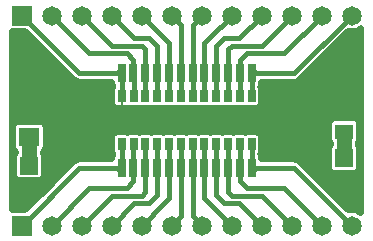
<source format=gbl>
G04 This is an RS-274x file exported by *
G04 gerbv version 2.6.0 *
G04 More information is available about gerbv at *
G04 http://gerbv.gpleda.org/ *
G04 --End of header info--*
%MOIN*%
%FSLAX34Y34*%
%IPPOS*%
G04 --Define apertures--*
%ADD10C,0.0060*%
%ADD11R,0.0590X0.0511*%
%ADD12R,0.0708X0.0629*%
%ADD13R,0.0600X0.0600*%
%ADD14R,0.0650X0.0650*%
%ADD15C,0.0650*%
%ADD16R,0.0256X0.0630*%
%ADD17R,0.0256X0.0394*%
%ADD18C,0.0160*%
%ADD19C,0.0080*%
%ADD20C,0.0500*%
%ADD21C,0.0200*%
G04 --Start main section--*
G54D11*
G01X0062750Y-037126D03*
G01X0062750Y-037874D03*
G54D12*
G01X0052250Y-036949D03*
G01X0052250Y-038051D03*
G54D13*
G01X0052250Y-036000D03*
G01X0062750Y-036250D03*
G01X0052250Y-039000D03*
G01X0062750Y-038750D03*
G54D14*
G01X0052000Y-034000D03*
G54D15*
G01X0053000Y-034000D03*
G01X0054000Y-034000D03*
G01X0055000Y-034000D03*
G01X0056000Y-034000D03*
G01X0057000Y-034000D03*
G01X0058000Y-034000D03*
G01X0059000Y-034000D03*
G01X0060000Y-034000D03*
G01X0061000Y-034000D03*
G01X0062000Y-034000D03*
G01X0063000Y-034000D03*
G54D14*
G01X0052000Y-041000D03*
G54D15*
G01X0053000Y-041000D03*
G01X0054000Y-041000D03*
G01X0055000Y-041000D03*
G01X0056000Y-041000D03*
G01X0057000Y-041000D03*
G01X0058000Y-041000D03*
G01X0059000Y-041000D03*
G01X0060000Y-041000D03*
G01X0061000Y-041000D03*
G01X0062000Y-041000D03*
G01X0063000Y-041000D03*
G54D16*
G01X0055335Y-039075D03*
G01X0055728Y-039075D03*
G01X0056122Y-039075D03*
G01X0056516Y-039075D03*
G01X0056909Y-039075D03*
G01X0057303Y-039075D03*
G01X0057697Y-039075D03*
G01X0058091Y-039075D03*
G01X0058484Y-039075D03*
G01X0058878Y-039075D03*
G01X0059272Y-039075D03*
G01X0059665Y-039075D03*
G01X0059665Y-035925D03*
G01X0059272Y-035925D03*
G01X0058878Y-035925D03*
G01X0058484Y-035925D03*
G01X0058091Y-035925D03*
G01X0057697Y-035925D03*
G01X0057303Y-035925D03*
G01X0056909Y-035925D03*
G01X0056516Y-035925D03*
G01X0056122Y-035925D03*
G01X0055728Y-035925D03*
G01X0055335Y-035925D03*
G54D17*
G01X0059666Y-036693D03*
G01X0059666Y-037205D03*
G01X0056122Y-038288D03*
G01X0056122Y-037776D03*
G01X0056516Y-038288D03*
G01X0056516Y-037776D03*
G01X0056910Y-038288D03*
G01X0056910Y-037776D03*
G01X0057304Y-038288D03*
G01X0057304Y-037776D03*
G01X0057697Y-038288D03*
G01X0057697Y-037776D03*
G01X0058091Y-038288D03*
G01X0058091Y-037776D03*
G01X0058485Y-038288D03*
G01X0058485Y-037776D03*
G01X0058878Y-038288D03*
G01X0058878Y-037776D03*
G01X0059272Y-038288D03*
G01X0059272Y-037776D03*
G01X0059666Y-038288D03*
G01X0059666Y-037776D03*
G01X0059272Y-036693D03*
G01X0059272Y-037205D03*
G01X0058878Y-036693D03*
G01X0058878Y-037205D03*
G01X0058485Y-036693D03*
G01X0058485Y-037205D03*
G01X0058091Y-036693D03*
G01X0058091Y-037205D03*
G01X0057697Y-036693D03*
G01X0057697Y-037205D03*
G01X0057304Y-036693D03*
G01X0057304Y-037205D03*
G01X0056910Y-036693D03*
G01X0056910Y-037205D03*
G01X0056516Y-036693D03*
G01X0056516Y-037205D03*
G01X0056122Y-036693D03*
G01X0056122Y-037205D03*
G01X0055729Y-036693D03*
G01X0055729Y-037205D03*
G01X0055335Y-036693D03*
G01X0055335Y-037205D03*
G01X0055335Y-038288D03*
G01X0055335Y-037776D03*
G01X0055729Y-038288D03*
G01X0055729Y-037776D03*
G54D18*
G01X0055335Y-039232D02*
G01X0055335Y-038288D01*
G01X0053925Y-039075D02*
G01X0055178Y-039075D01*
G01X0055178Y-039075D02*
G01X0055335Y-039232D01*
G01X0052000Y-041000D02*
G01X0053925Y-039075D01*
G01X0060000Y-040000D02*
G01X0061000Y-041000D01*
G01X0058878Y-039878D02*
G01X0059000Y-040000D01*
G01X0058878Y-039232D02*
G01X0058878Y-039878D01*
G01X0059000Y-040000D02*
G01X0060000Y-040000D01*
G01X0058878Y-039878D02*
G01X0059000Y-040000D01*
G01X0058878Y-039232D02*
G01X0058878Y-038288D01*
G01X0059272Y-039522D02*
G01X0059500Y-039750D01*
G01X0059272Y-039232D02*
G01X0059272Y-038288D01*
G01X0059500Y-039750D02*
G01X0060750Y-039750D01*
G01X0060750Y-039750D02*
G01X0062000Y-041000D01*
G01X0059272Y-039232D02*
G01X0059272Y-039522D01*
G01X0063000Y-041000D02*
G01X0061075Y-039075D01*
G01X0059665Y-039232D02*
G01X0059665Y-038289D01*
G01X0059665Y-038289D02*
G01X0059666Y-038288D01*
G01X0059822Y-039075D02*
G01X0059665Y-039232D01*
G01X0061075Y-039075D02*
G01X0059822Y-039075D01*
G01X0059822Y-035925D02*
G01X0059665Y-035768D01*
G01X0061075Y-035925D02*
G01X0059822Y-035925D01*
G01X0059666Y-036693D02*
G01X0059666Y-035769D01*
G01X0059666Y-035769D02*
G01X0059665Y-035768D01*
G01X0063000Y-034000D02*
G01X0061075Y-035925D01*
G01X0059272Y-036693D02*
G01X0059272Y-035768D01*
G01X0059272Y-035478D02*
G01X0059500Y-035250D01*
G01X0059272Y-035768D02*
G01X0059272Y-035478D01*
G01X0059500Y-035250D02*
G01X0060750Y-035250D01*
G01X0060750Y-035250D02*
G01X0062000Y-034000D01*
G01X0058878Y-035768D02*
G01X0058878Y-035122D01*
G01X0058878Y-035122D02*
G01X0059000Y-035000D01*
G01X0060000Y-035000D02*
G01X0061000Y-034000D01*
G01X0059000Y-035000D02*
G01X0060000Y-035000D01*
G01X0058878Y-035122D02*
G01X0059000Y-035000D01*
G01X0058878Y-036693D02*
G01X0058878Y-035768D01*
G01X0058485Y-035769D02*
G01X0058484Y-035768D01*
G01X0058484Y-035016D02*
G01X0058750Y-034750D01*
G01X0058750Y-034750D02*
G01X0059250Y-034750D01*
G01X0058484Y-035768D02*
G01X0058484Y-035016D01*
G01X0059250Y-034750D02*
G01X0060000Y-034000D01*
G01X0058485Y-036693D02*
G01X0058485Y-035769D01*
G01X0058091Y-036693D02*
G01X0058091Y-035768D01*
G01X0058091Y-034909D02*
G01X0058250Y-034750D01*
G01X0058250Y-034750D02*
G01X0059000Y-034000D01*
G01X0058091Y-034909D02*
G01X0058250Y-034750D01*
G01X0058091Y-035768D02*
G01X0058091Y-034909D01*
G01X0057697Y-035768D02*
G01X0057697Y-034303D01*
G01X0057697Y-034303D02*
G01X0058000Y-034000D01*
G01X0057697Y-036693D02*
G01X0057697Y-035768D01*
G01X0057304Y-036693D02*
G01X0057304Y-035769D01*
G01X0057303Y-035768D02*
G01X0057303Y-034303D01*
G01X0057304Y-035769D02*
G01X0057303Y-035768D01*
G01X0057303Y-034303D02*
G01X0057000Y-034000D01*
G01X0055728Y-039232D02*
G01X0055728Y-039522D01*
G01X0054250Y-039750D02*
G01X0053000Y-041000D01*
G01X0055728Y-039232D02*
G01X0055728Y-038289D01*
G01X0055728Y-039522D02*
G01X0055500Y-039750D01*
G01X0055500Y-039750D02*
G01X0054250Y-039750D01*
G01X0055728Y-038289D02*
G01X0055729Y-038288D01*
G01X0055729Y-039231D02*
G01X0055728Y-039232D01*
G01X0056910Y-035769D02*
G01X0056909Y-035768D01*
G01X0056909Y-035768D02*
G01X0056909Y-034909D01*
G01X0056910Y-036693D02*
G01X0056910Y-035769D01*
G01X0056909Y-034909D02*
G01X0056000Y-034000D01*
G01X0056250Y-034750D02*
G01X0055750Y-034750D01*
G01X0055750Y-034750D02*
G01X0055000Y-034000D01*
G01X0056516Y-035016D02*
G01X0056500Y-035000D01*
G01X0056500Y-035000D02*
G01X0056250Y-034750D01*
G01X0056516Y-035768D02*
G01X0056516Y-035016D01*
G01X0056516Y-036693D02*
G01X0056516Y-035768D01*
G01X0056122Y-036693D02*
G01X0056122Y-035768D01*
G01X0056000Y-035000D02*
G01X0055000Y-035000D01*
G01X0056122Y-035122D02*
G01X0056000Y-035000D01*
G01X0056122Y-035768D02*
G01X0056122Y-035122D01*
G01X0055000Y-035000D02*
G01X0054000Y-034000D01*
G01X0055728Y-035478D02*
G01X0055500Y-035250D01*
G01X0055729Y-035769D02*
G01X0055728Y-035768D01*
G01X0055729Y-036693D02*
G01X0055729Y-035769D01*
G01X0054250Y-035250D02*
G01X0053000Y-034000D01*
G01X0055500Y-035250D02*
G01X0054250Y-035250D01*
G01X0055728Y-035768D02*
G01X0055728Y-035478D01*
G01X0055178Y-035925D02*
G01X0055335Y-035768D01*
G01X0052000Y-034000D02*
G01X0053925Y-035925D01*
G01X0053925Y-035925D02*
G01X0055178Y-035925D01*
G54D19*
G01X0055335Y-037205D02*
G01X0055335Y-036693D01*
G54D18*
G01X0055335Y-036693D02*
G01X0055335Y-035768D01*
G01X0056122Y-039878D02*
G01X0056000Y-040000D01*
G01X0056122Y-039232D02*
G01X0056122Y-039878D01*
G01X0056122Y-039232D02*
G01X0056122Y-038288D01*
G01X0056000Y-040000D02*
G01X0055000Y-040000D01*
G01X0056122Y-039878D02*
G01X0056000Y-040000D01*
G01X0055000Y-040000D02*
G01X0054000Y-041000D01*
G01X0056250Y-040250D02*
G01X0055750Y-040250D01*
G01X0056516Y-039232D02*
G01X0056516Y-039984D01*
G01X0055750Y-040250D02*
G01X0055000Y-041000D01*
G01X0056516Y-039984D02*
G01X0056250Y-040250D01*
G01X0056516Y-039232D02*
G01X0056516Y-038288D01*
G01X0056909Y-040091D02*
G01X0056750Y-040250D01*
G01X0056750Y-040250D02*
G01X0056000Y-041000D01*
G01X0056909Y-039232D02*
G01X0056909Y-040091D01*
G01X0056909Y-040091D02*
G01X0056750Y-040250D01*
G01X0056909Y-039232D02*
G01X0056909Y-038289D01*
G01X0056909Y-038289D02*
G01X0056910Y-038288D01*
G01X0057303Y-039232D02*
G01X0057303Y-040697D01*
G01X0057303Y-040697D02*
G01X0057000Y-041000D01*
G01X0057303Y-039232D02*
G01X0057303Y-038289D01*
G01X0057303Y-038289D02*
G01X0057304Y-038288D01*
G01X0057697Y-039232D02*
G01X0057697Y-040697D01*
G01X0057697Y-039232D02*
G01X0057697Y-038288D01*
G01X0057697Y-040697D02*
G01X0058000Y-041000D01*
G01X0058091Y-040091D02*
G01X0058250Y-040250D01*
G01X0058091Y-040091D02*
G01X0058250Y-040250D01*
G01X0058091Y-039232D02*
G01X0058091Y-038288D01*
G01X0058250Y-040250D02*
G01X0059000Y-041000D01*
G01X0058091Y-039232D02*
G01X0058091Y-040091D01*
G01X0058484Y-039232D02*
G01X0058484Y-039984D01*
G01X0058484Y-039984D02*
G01X0058750Y-040250D01*
G01X0058484Y-038289D02*
G01X0058485Y-038288D01*
G01X0058750Y-040250D02*
G01X0059250Y-040250D01*
G01X0059250Y-040250D02*
G01X0060000Y-041000D01*
G01X0058484Y-039232D02*
G01X0058484Y-038289D01*
G54D20*
G01X0062750Y-038750D02*
G01X0062750Y-037874D01*
G01X0052250Y-039000D02*
G01X0052250Y-038051D01*
G01X0062750Y-037126D02*
G01X0062750Y-036250D01*
G01X0052250Y-036949D02*
G01X0052250Y-036000D01*
G54D10*
G36*
G01X0063325Y-040587D02*
G01X0063251Y-040537D01*
G01X0063249Y-040536D01*
G01X0063249Y-039070D01*
G01X0063249Y-039031D01*
G01X0063249Y-038430D01*
G01X0063241Y-038392D01*
G01X0063226Y-038356D01*
G01X0063205Y-038323D01*
G01X0063200Y-038318D01*
G01X0063200Y-038254D01*
G01X0063221Y-038224D01*
G01X0063236Y-038188D01*
G01X0063244Y-038149D01*
G01X0063244Y-038110D01*
G01X0063244Y-037599D01*
G01X0063236Y-037561D01*
G01X0063221Y-037525D01*
G01X0063200Y-037492D01*
G01X0063172Y-037465D01*
G01X0063140Y-037443D01*
G01X0063104Y-037428D01*
G01X0063065Y-037420D01*
G01X0063026Y-037420D01*
G01X0062435Y-037420D01*
G01X0062397Y-037428D01*
G01X0062361Y-037443D01*
G01X0062328Y-037464D01*
G01X0062301Y-037492D01*
G01X0062279Y-037524D01*
G01X0062264Y-037560D01*
G01X0062256Y-037599D01*
G01X0062256Y-037638D01*
G01X0062256Y-038149D01*
G01X0062264Y-038187D01*
G01X0062279Y-038223D01*
G01X0062300Y-038256D01*
G01X0062300Y-038318D01*
G01X0062296Y-038323D01*
G01X0062274Y-038355D01*
G01X0062259Y-038391D01*
G01X0062251Y-038430D01*
G01X0062251Y-038469D01*
G01X0062251Y-039070D01*
G01X0062259Y-039108D01*
G01X0062274Y-039144D01*
G01X0062295Y-039177D01*
G01X0062323Y-039204D01*
G01X0062355Y-039226D01*
G01X0062391Y-039241D01*
G01X0062430Y-039249D01*
G01X0062469Y-039249D01*
G01X0063070Y-039249D01*
G01X0063108Y-039241D01*
G01X0063144Y-039226D01*
G01X0063177Y-039205D01*
G01X0063204Y-039177D01*
G01X0063226Y-039145D01*
G01X0063241Y-039109D01*
G01X0063249Y-039070D01*
G01X0063249Y-040536D01*
G01X0063156Y-040497D01*
G01X0063055Y-040476D01*
G01X0062953Y-040476D01*
G01X0062884Y-040488D01*
G01X0061275Y-038879D01*
G01X0061273Y-038877D01*
G01X0061233Y-038844D01*
G01X0061231Y-038842D01*
G01X0061185Y-038818D01*
G01X0061182Y-038816D01*
G01X0061155Y-038808D01*
G01X0061133Y-038801D01*
G01X0061079Y-038795D01*
G01X0061076Y-038795D01*
G01X0061075Y-038795D01*
G01X0059992Y-038795D01*
G01X0059992Y-038740D01*
G01X0059984Y-038702D01*
G01X0059969Y-038666D01*
G01X0059948Y-038633D01*
G01X0059945Y-038630D01*
G01X0059945Y-038615D01*
G01X0059948Y-038612D01*
G01X0059970Y-038580D01*
G01X0059985Y-038544D01*
G01X0059993Y-038505D01*
G01X0059993Y-038466D01*
G01X0059993Y-038071D01*
G01X0059985Y-038033D01*
G01X0059970Y-037997D01*
G01X0059949Y-037964D01*
G01X0059921Y-037937D01*
G01X0059889Y-037915D01*
G01X0059853Y-037900D01*
G01X0059814Y-037892D01*
G01X0059775Y-037892D01*
G01X0059518Y-037892D01*
G01X0059480Y-037900D01*
G01X0059469Y-037904D01*
G01X0059459Y-037900D01*
G01X0059420Y-037892D01*
G01X0059381Y-037892D01*
G01X0059124Y-037892D01*
G01X0059086Y-037900D01*
G01X0059075Y-037904D01*
G01X0059065Y-037900D01*
G01X0059026Y-037892D01*
G01X0058987Y-037892D01*
G01X0058730Y-037892D01*
G01X0058692Y-037900D01*
G01X0058682Y-037904D01*
G01X0058672Y-037900D01*
G01X0058633Y-037892D01*
G01X0058594Y-037892D01*
G01X0058337Y-037892D01*
G01X0058299Y-037900D01*
G01X0058288Y-037904D01*
G01X0058278Y-037900D01*
G01X0058239Y-037892D01*
G01X0058200Y-037892D01*
G01X0057943Y-037892D01*
G01X0057905Y-037900D01*
G01X0057894Y-037904D01*
G01X0057884Y-037900D01*
G01X0057845Y-037892D01*
G01X0057806Y-037892D01*
G01X0057549Y-037892D01*
G01X0057511Y-037900D01*
G01X0057501Y-037904D01*
G01X0057491Y-037900D01*
G01X0057452Y-037892D01*
G01X0057413Y-037892D01*
G01X0057156Y-037892D01*
G01X0057118Y-037900D01*
G01X0057107Y-037904D01*
G01X0057097Y-037900D01*
G01X0057058Y-037892D01*
G01X0057019Y-037892D01*
G01X0056762Y-037892D01*
G01X0056724Y-037900D01*
G01X0056713Y-037904D01*
G01X0056703Y-037900D01*
G01X0056664Y-037892D01*
G01X0056625Y-037892D01*
G01X0056368Y-037892D01*
G01X0056330Y-037900D01*
G01X0056319Y-037904D01*
G01X0056309Y-037900D01*
G01X0056270Y-037892D01*
G01X0056231Y-037892D01*
G01X0055974Y-037892D01*
G01X0055936Y-037900D01*
G01X0055926Y-037904D01*
G01X0055916Y-037900D01*
G01X0055877Y-037892D01*
G01X0055838Y-037892D01*
G01X0055581Y-037892D01*
G01X0055543Y-037900D01*
G01X0055532Y-037904D01*
G01X0055522Y-037900D01*
G01X0055483Y-037892D01*
G01X0055444Y-037892D01*
G01X0055187Y-037892D01*
G01X0055149Y-037900D01*
G01X0055113Y-037915D01*
G01X0055080Y-037936D01*
G01X0055053Y-037964D01*
G01X0055031Y-037996D01*
G01X0055016Y-038032D01*
G01X0055008Y-038071D01*
G01X0055008Y-038110D01*
G01X0055008Y-038505D01*
G01X0055016Y-038543D01*
G01X0055031Y-038579D01*
G01X0055052Y-038612D01*
G01X0055055Y-038614D01*
G01X0055055Y-038630D01*
G01X0055053Y-038633D01*
G01X0055031Y-038665D01*
G01X0055016Y-038701D01*
G01X0055008Y-038740D01*
G01X0055008Y-038779D01*
G01X0055008Y-038795D01*
G01X0053928Y-038795D01*
G01X0053925Y-038795D01*
G01X0053871Y-038800D01*
G01X0053818Y-038816D01*
G01X0053789Y-038831D01*
G01X0053772Y-038840D01*
G01X0053730Y-038874D01*
G01X0053728Y-038876D01*
G01X0053727Y-038877D01*
G01X0052803Y-039801D01*
G01X0052803Y-038385D01*
G01X0052803Y-038346D01*
G01X0052803Y-037717D01*
G01X0052795Y-037679D01*
G01X0052780Y-037643D01*
G01X0052759Y-037610D01*
G01X0052731Y-037583D01*
G01X0052699Y-037561D01*
G01X0052663Y-037546D01*
G01X0052624Y-037538D01*
G01X0052585Y-037538D01*
G01X0051876Y-037538D01*
G01X0051838Y-037546D01*
G01X0051802Y-037561D01*
G01X0051769Y-037582D01*
G01X0051742Y-037610D01*
G01X0051720Y-037642D01*
G01X0051705Y-037678D01*
G01X0051697Y-037717D01*
G01X0051697Y-037756D01*
G01X0051697Y-038385D01*
G01X0051705Y-038423D01*
G01X0051720Y-038459D01*
G01X0051741Y-038492D01*
G01X0051769Y-038519D01*
G01X0051800Y-038540D01*
G01X0051800Y-038568D01*
G01X0051796Y-038573D01*
G01X0051774Y-038605D01*
G01X0051759Y-038641D01*
G01X0051751Y-038680D01*
G01X0051751Y-038719D01*
G01X0051751Y-039320D01*
G01X0051759Y-039358D01*
G01X0051774Y-039394D01*
G01X0051795Y-039427D01*
G01X0051823Y-039454D01*
G01X0051855Y-039476D01*
G01X0051891Y-039491D01*
G01X0051930Y-039499D01*
G01X0051969Y-039499D01*
G01X0052570Y-039499D01*
G01X0052608Y-039491D01*
G01X0052644Y-039476D01*
G01X0052677Y-039455D01*
G01X0052704Y-039427D01*
G01X0052726Y-039395D01*
G01X0052741Y-039359D01*
G01X0052749Y-039320D01*
G01X0052749Y-039281D01*
G01X0052749Y-038680D01*
G01X0052741Y-038642D01*
G01X0052726Y-038606D01*
G01X0052705Y-038573D01*
G01X0052700Y-038568D01*
G01X0052700Y-038539D01*
G01X0052731Y-038520D01*
G01X0052758Y-038492D01*
G01X0052780Y-038460D01*
G01X0052795Y-038424D01*
G01X0052803Y-038385D01*
G01X0052803Y-039801D01*
G01X0052128Y-040476D01*
G01X0051675Y-040476D01*
G01X0051675Y-034524D01*
G01X0051694Y-034524D01*
G01X0052128Y-034524D01*
G01X0053725Y-036121D01*
G01X0053727Y-036123D01*
G01X0053767Y-036156D01*
G01X0053768Y-036157D01*
G01X0053815Y-036182D01*
G01X0053817Y-036184D01*
G01X0053847Y-036192D01*
G01X0053867Y-036199D01*
G01X0053870Y-036199D01*
G01X0053921Y-036205D01*
G01X0053923Y-036205D01*
G01X0053925Y-036205D01*
G01X0055008Y-036205D01*
G01X0055008Y-036260D01*
G01X0055016Y-036298D01*
G01X0055031Y-036334D01*
G01X0055052Y-036367D01*
G01X0055053Y-036368D01*
G01X0055053Y-036369D01*
G01X0055031Y-036401D01*
G01X0055016Y-036437D01*
G01X0055008Y-036476D01*
G01X0055008Y-036515D01*
G01X0055008Y-036910D01*
G01X0055016Y-036948D01*
G01X0055031Y-036984D01*
G01X0055052Y-037017D01*
G01X0055080Y-037044D01*
G01X0055112Y-037066D01*
G01X0055148Y-037081D01*
G01X0055187Y-037089D01*
G01X0055226Y-037089D01*
G01X0055483Y-037089D01*
G01X0055521Y-037081D01*
G01X0055531Y-037076D01*
G01X0055542Y-037081D01*
G01X0055581Y-037089D01*
G01X0055620Y-037089D01*
G01X0055877Y-037089D01*
G01X0055915Y-037081D01*
G01X0055925Y-037076D01*
G01X0055935Y-037081D01*
G01X0055974Y-037089D01*
G01X0056013Y-037089D01*
G01X0056270Y-037089D01*
G01X0056308Y-037081D01*
G01X0056318Y-037076D01*
G01X0056329Y-037081D01*
G01X0056368Y-037089D01*
G01X0056407Y-037089D01*
G01X0056664Y-037089D01*
G01X0056702Y-037081D01*
G01X0056712Y-037076D01*
G01X0056723Y-037081D01*
G01X0056762Y-037089D01*
G01X0056801Y-037089D01*
G01X0057058Y-037089D01*
G01X0057096Y-037081D01*
G01X0057106Y-037076D01*
G01X0057117Y-037081D01*
G01X0057156Y-037089D01*
G01X0057195Y-037089D01*
G01X0057452Y-037089D01*
G01X0057490Y-037081D01*
G01X0057500Y-037076D01*
G01X0057510Y-037081D01*
G01X0057549Y-037089D01*
G01X0057588Y-037089D01*
G01X0057845Y-037089D01*
G01X0057883Y-037081D01*
G01X0057893Y-037076D01*
G01X0057904Y-037081D01*
G01X0057943Y-037089D01*
G01X0057982Y-037089D01*
G01X0058239Y-037089D01*
G01X0058277Y-037081D01*
G01X0058287Y-037076D01*
G01X0058298Y-037081D01*
G01X0058337Y-037089D01*
G01X0058376Y-037089D01*
G01X0058633Y-037089D01*
G01X0058671Y-037081D01*
G01X0058681Y-037076D01*
G01X0058691Y-037081D01*
G01X0058730Y-037089D01*
G01X0058769Y-037089D01*
G01X0059026Y-037089D01*
G01X0059064Y-037081D01*
G01X0059074Y-037076D01*
G01X0059085Y-037081D01*
G01X0059124Y-037089D01*
G01X0059163Y-037089D01*
G01X0059420Y-037089D01*
G01X0059458Y-037081D01*
G01X0059468Y-037076D01*
G01X0059479Y-037081D01*
G01X0059518Y-037089D01*
G01X0059557Y-037089D01*
G01X0059814Y-037089D01*
G01X0059852Y-037081D01*
G01X0059888Y-037066D01*
G01X0059921Y-037045D01*
G01X0059948Y-037017D01*
G01X0059970Y-036985D01*
G01X0059985Y-036949D01*
G01X0059993Y-036910D01*
G01X0059993Y-036871D01*
G01X0059993Y-036476D01*
G01X0059985Y-036438D01*
G01X0059970Y-036402D01*
G01X0059949Y-036369D01*
G01X0059947Y-036367D01*
G01X0059969Y-036335D01*
G01X0059984Y-036299D01*
G01X0059992Y-036260D01*
G01X0059992Y-036221D01*
G01X0059992Y-036205D01*
G01X0061072Y-036205D01*
G01X0061075Y-036205D01*
G01X0061127Y-036200D01*
G01X0061129Y-036200D01*
G01X0061171Y-036187D01*
G01X0061179Y-036185D01*
G01X0061179Y-036184D01*
G01X0061182Y-036184D01*
G01X0061198Y-036174D01*
G01X0061228Y-036160D01*
G01X0061230Y-036158D01*
G01X0061270Y-036126D01*
G01X0061272Y-036124D01*
G01X0061273Y-036123D01*
G01X0062884Y-034511D01*
G01X0062937Y-034523D01*
G01X0063040Y-034525D01*
G01X0063141Y-034507D01*
G01X0063237Y-034470D01*
G01X0063324Y-034415D01*
G01X0063325Y-034414D01*
G01X0063325Y-040587D01*
G01X0063325Y-040587D01*
G37*
G54D21*
G01X0063325Y-040587D02*
G01X0063251Y-040537D01*
G01X0063251Y-040537D02*
G01X0063249Y-040536D01*
G01X0063249Y-040536D02*
G01X0063249Y-039070D01*
G01X0063249Y-039070D02*
G01X0063249Y-039031D01*
G01X0063249Y-039031D02*
G01X0063249Y-038430D01*
G01X0063249Y-038430D02*
G01X0063241Y-038392D01*
G01X0063241Y-038392D02*
G01X0063226Y-038356D01*
G01X0063226Y-038356D02*
G01X0063205Y-038323D01*
G01X0063205Y-038323D02*
G01X0063200Y-038318D01*
G01X0063200Y-038318D02*
G01X0063200Y-038254D01*
G01X0063200Y-038254D02*
G01X0063221Y-038224D01*
G01X0063221Y-038224D02*
G01X0063236Y-038188D01*
G01X0063236Y-038188D02*
G01X0063244Y-038149D01*
G01X0063244Y-038149D02*
G01X0063244Y-038110D01*
G01X0063244Y-038110D02*
G01X0063244Y-037599D01*
G01X0063244Y-037599D02*
G01X0063236Y-037561D01*
G01X0063236Y-037561D02*
G01X0063221Y-037525D01*
G01X0063221Y-037525D02*
G01X0063200Y-037492D01*
G01X0063200Y-037492D02*
G01X0063172Y-037465D01*
G01X0063172Y-037465D02*
G01X0063140Y-037443D01*
G01X0063140Y-037443D02*
G01X0063104Y-037428D01*
G01X0063104Y-037428D02*
G01X0063065Y-037420D01*
G01X0063065Y-037420D02*
G01X0063026Y-037420D01*
G01X0063026Y-037420D02*
G01X0062435Y-037420D01*
G01X0062435Y-037420D02*
G01X0062397Y-037428D01*
G01X0062397Y-037428D02*
G01X0062361Y-037443D01*
G01X0062361Y-037443D02*
G01X0062328Y-037464D01*
G01X0062328Y-037464D02*
G01X0062301Y-037492D01*
G01X0062301Y-037492D02*
G01X0062279Y-037524D01*
G01X0062279Y-037524D02*
G01X0062264Y-037560D01*
G01X0062264Y-037560D02*
G01X0062256Y-037599D01*
G01X0062256Y-037599D02*
G01X0062256Y-037638D01*
G01X0062256Y-037638D02*
G01X0062256Y-038149D01*
G01X0062256Y-038149D02*
G01X0062264Y-038187D01*
G01X0062264Y-038187D02*
G01X0062279Y-038223D01*
G01X0062279Y-038223D02*
G01X0062300Y-038256D01*
G01X0062300Y-038256D02*
G01X0062300Y-038318D01*
G01X0062300Y-038318D02*
G01X0062296Y-038323D01*
G01X0062296Y-038323D02*
G01X0062274Y-038355D01*
G01X0062274Y-038355D02*
G01X0062259Y-038391D01*
G01X0062259Y-038391D02*
G01X0062251Y-038430D01*
G01X0062251Y-038430D02*
G01X0062251Y-038469D01*
G01X0062251Y-038469D02*
G01X0062251Y-039070D01*
G01X0062251Y-039070D02*
G01X0062259Y-039108D01*
G01X0062259Y-039108D02*
G01X0062274Y-039144D01*
G01X0062274Y-039144D02*
G01X0062295Y-039177D01*
G01X0062295Y-039177D02*
G01X0062323Y-039204D01*
G01X0062323Y-039204D02*
G01X0062355Y-039226D01*
G01X0062355Y-039226D02*
G01X0062391Y-039241D01*
G01X0062391Y-039241D02*
G01X0062430Y-039249D01*
G01X0062430Y-039249D02*
G01X0062469Y-039249D01*
G01X0062469Y-039249D02*
G01X0063070Y-039249D01*
G01X0063070Y-039249D02*
G01X0063108Y-039241D01*
G01X0063108Y-039241D02*
G01X0063144Y-039226D01*
G01X0063144Y-039226D02*
G01X0063177Y-039205D01*
G01X0063177Y-039205D02*
G01X0063204Y-039177D01*
G01X0063204Y-039177D02*
G01X0063226Y-039145D01*
G01X0063226Y-039145D02*
G01X0063241Y-039109D01*
G01X0063241Y-039109D02*
G01X0063249Y-039070D01*
G01X0063249Y-039070D02*
G01X0063249Y-040536D01*
G01X0063249Y-040536D02*
G01X0063156Y-040497D01*
G01X0063156Y-040497D02*
G01X0063055Y-040476D01*
G01X0063055Y-040476D02*
G01X0062953Y-040476D01*
G01X0062953Y-040476D02*
G01X0062884Y-040488D01*
G01X0062884Y-040488D02*
G01X0061275Y-038879D01*
G01X0061275Y-038879D02*
G01X0061273Y-038877D01*
G01X0061273Y-038877D02*
G01X0061233Y-038844D01*
G01X0061233Y-038844D02*
G01X0061231Y-038842D01*
G01X0061231Y-038842D02*
G01X0061185Y-038818D01*
G01X0061185Y-038818D02*
G01X0061182Y-038816D01*
G01X0061182Y-038816D02*
G01X0061155Y-038808D01*
G01X0061155Y-038808D02*
G01X0061133Y-038801D01*
G01X0061133Y-038801D02*
G01X0061079Y-038795D01*
G01X0061079Y-038795D02*
G01X0061076Y-038795D01*
G01X0061076Y-038795D02*
G01X0061075Y-038795D01*
G01X0061075Y-038795D02*
G01X0059992Y-038795D01*
G01X0059992Y-038795D02*
G01X0059992Y-038740D01*
G01X0059992Y-038740D02*
G01X0059984Y-038702D01*
G01X0059984Y-038702D02*
G01X0059969Y-038666D01*
G01X0059969Y-038666D02*
G01X0059948Y-038633D01*
G01X0059948Y-038633D02*
G01X0059945Y-038630D01*
G01X0059945Y-038630D02*
G01X0059945Y-038615D01*
G01X0059945Y-038615D02*
G01X0059948Y-038612D01*
G01X0059948Y-038612D02*
G01X0059970Y-038580D01*
G01X0059970Y-038580D02*
G01X0059985Y-038544D01*
G01X0059985Y-038544D02*
G01X0059993Y-038505D01*
G01X0059993Y-038505D02*
G01X0059993Y-038466D01*
G01X0059993Y-038466D02*
G01X0059993Y-038071D01*
G01X0059993Y-038071D02*
G01X0059985Y-038033D01*
G01X0059985Y-038033D02*
G01X0059970Y-037997D01*
G01X0059970Y-037997D02*
G01X0059949Y-037964D01*
G01X0059949Y-037964D02*
G01X0059921Y-037937D01*
G01X0059921Y-037937D02*
G01X0059889Y-037915D01*
G01X0059889Y-037915D02*
G01X0059853Y-037900D01*
G01X0059853Y-037900D02*
G01X0059814Y-037892D01*
G01X0059814Y-037892D02*
G01X0059775Y-037892D01*
G01X0059775Y-037892D02*
G01X0059518Y-037892D01*
G01X0059518Y-037892D02*
G01X0059480Y-037900D01*
G01X0059480Y-037900D02*
G01X0059469Y-037904D01*
G01X0059469Y-037904D02*
G01X0059459Y-037900D01*
G01X0059459Y-037900D02*
G01X0059420Y-037892D01*
G01X0059420Y-037892D02*
G01X0059381Y-037892D01*
G01X0059381Y-037892D02*
G01X0059124Y-037892D01*
G01X0059124Y-037892D02*
G01X0059086Y-037900D01*
G01X0059086Y-037900D02*
G01X0059075Y-037904D01*
G01X0059075Y-037904D02*
G01X0059065Y-037900D01*
G01X0059065Y-037900D02*
G01X0059026Y-037892D01*
G01X0059026Y-037892D02*
G01X0058987Y-037892D01*
G01X0058987Y-037892D02*
G01X0058730Y-037892D01*
G01X0058730Y-037892D02*
G01X0058692Y-037900D01*
G01X0058692Y-037900D02*
G01X0058682Y-037904D01*
G01X0058682Y-037904D02*
G01X0058672Y-037900D01*
G01X0058672Y-037900D02*
G01X0058633Y-037892D01*
G01X0058633Y-037892D02*
G01X0058594Y-037892D01*
G01X0058594Y-037892D02*
G01X0058337Y-037892D01*
G01X0058337Y-037892D02*
G01X0058299Y-037900D01*
G01X0058299Y-037900D02*
G01X0058288Y-037904D01*
G01X0058288Y-037904D02*
G01X0058278Y-037900D01*
G01X0058278Y-037900D02*
G01X0058239Y-037892D01*
G01X0058239Y-037892D02*
G01X0058200Y-037892D01*
G01X0058200Y-037892D02*
G01X0057943Y-037892D01*
G01X0057943Y-037892D02*
G01X0057905Y-037900D01*
G01X0057905Y-037900D02*
G01X0057894Y-037904D01*
G01X0057894Y-037904D02*
G01X0057884Y-037900D01*
G01X0057884Y-037900D02*
G01X0057845Y-037892D01*
G01X0057845Y-037892D02*
G01X0057806Y-037892D01*
G01X0057806Y-037892D02*
G01X0057549Y-037892D01*
G01X0057549Y-037892D02*
G01X0057511Y-037900D01*
G01X0057511Y-037900D02*
G01X0057501Y-037904D01*
G01X0057501Y-037904D02*
G01X0057491Y-037900D01*
G01X0057491Y-037900D02*
G01X0057452Y-037892D01*
G01X0057452Y-037892D02*
G01X0057413Y-037892D01*
G01X0057413Y-037892D02*
G01X0057156Y-037892D01*
G01X0057156Y-037892D02*
G01X0057118Y-037900D01*
G01X0057118Y-037900D02*
G01X0057107Y-037904D01*
G01X0057107Y-037904D02*
G01X0057097Y-037900D01*
G01X0057097Y-037900D02*
G01X0057058Y-037892D01*
G01X0057058Y-037892D02*
G01X0057019Y-037892D01*
G01X0057019Y-037892D02*
G01X0056762Y-037892D01*
G01X0056762Y-037892D02*
G01X0056724Y-037900D01*
G01X0056724Y-037900D02*
G01X0056713Y-037904D01*
G01X0056713Y-037904D02*
G01X0056703Y-037900D01*
G01X0056703Y-037900D02*
G01X0056664Y-037892D01*
G01X0056664Y-037892D02*
G01X0056625Y-037892D01*
G01X0056625Y-037892D02*
G01X0056368Y-037892D01*
G01X0056368Y-037892D02*
G01X0056330Y-037900D01*
G01X0056330Y-037900D02*
G01X0056319Y-037904D01*
G01X0056319Y-037904D02*
G01X0056309Y-037900D01*
G01X0056309Y-037900D02*
G01X0056270Y-037892D01*
G01X0056270Y-037892D02*
G01X0056231Y-037892D01*
G01X0056231Y-037892D02*
G01X0055974Y-037892D01*
G01X0055974Y-037892D02*
G01X0055936Y-037900D01*
G01X0055936Y-037900D02*
G01X0055926Y-037904D01*
G01X0055926Y-037904D02*
G01X0055916Y-037900D01*
G01X0055916Y-037900D02*
G01X0055877Y-037892D01*
G01X0055877Y-037892D02*
G01X0055838Y-037892D01*
G01X0055838Y-037892D02*
G01X0055581Y-037892D01*
G01X0055581Y-037892D02*
G01X0055543Y-037900D01*
G01X0055543Y-037900D02*
G01X0055532Y-037904D01*
G01X0055532Y-037904D02*
G01X0055522Y-037900D01*
G01X0055522Y-037900D02*
G01X0055483Y-037892D01*
G01X0055483Y-037892D02*
G01X0055444Y-037892D01*
G01X0055444Y-037892D02*
G01X0055187Y-037892D01*
G01X0055187Y-037892D02*
G01X0055149Y-037900D01*
G01X0055149Y-037900D02*
G01X0055113Y-037915D01*
G01X0055113Y-037915D02*
G01X0055080Y-037936D01*
G01X0055080Y-037936D02*
G01X0055053Y-037964D01*
G01X0055053Y-037964D02*
G01X0055031Y-037996D01*
G01X0055031Y-037996D02*
G01X0055016Y-038032D01*
G01X0055016Y-038032D02*
G01X0055008Y-038071D01*
G01X0055008Y-038071D02*
G01X0055008Y-038110D01*
G01X0055008Y-038110D02*
G01X0055008Y-038505D01*
G01X0055008Y-038505D02*
G01X0055016Y-038543D01*
G01X0055016Y-038543D02*
G01X0055031Y-038579D01*
G01X0055031Y-038579D02*
G01X0055052Y-038612D01*
G01X0055052Y-038612D02*
G01X0055055Y-038614D01*
G01X0055055Y-038614D02*
G01X0055055Y-038630D01*
G01X0055055Y-038630D02*
G01X0055053Y-038633D01*
G01X0055053Y-038633D02*
G01X0055031Y-038665D01*
G01X0055031Y-038665D02*
G01X0055016Y-038701D01*
G01X0055016Y-038701D02*
G01X0055008Y-038740D01*
G01X0055008Y-038740D02*
G01X0055008Y-038779D01*
G01X0055008Y-038779D02*
G01X0055008Y-038795D01*
G01X0055008Y-038795D02*
G01X0053928Y-038795D01*
G01X0053928Y-038795D02*
G01X0053925Y-038795D01*
G01X0053925Y-038795D02*
G01X0053871Y-038800D01*
G01X0053871Y-038800D02*
G01X0053818Y-038816D01*
G01X0053818Y-038816D02*
G01X0053789Y-038831D01*
G01X0053789Y-038831D02*
G01X0053772Y-038840D01*
G01X0053772Y-038840D02*
G01X0053730Y-038874D01*
G01X0053730Y-038874D02*
G01X0053728Y-038876D01*
G01X0053728Y-038876D02*
G01X0053727Y-038877D01*
G01X0053727Y-038877D02*
G01X0052803Y-039801D01*
G01X0052803Y-039801D02*
G01X0052803Y-038385D01*
G01X0052803Y-038385D02*
G01X0052803Y-038346D01*
G01X0052803Y-038346D02*
G01X0052803Y-037717D01*
G01X0052803Y-037717D02*
G01X0052795Y-037679D01*
G01X0052795Y-037679D02*
G01X0052780Y-037643D01*
G01X0052780Y-037643D02*
G01X0052759Y-037610D01*
G01X0052759Y-037610D02*
G01X0052731Y-037583D01*
G01X0052731Y-037583D02*
G01X0052699Y-037561D01*
G01X0052699Y-037561D02*
G01X0052663Y-037546D01*
G01X0052663Y-037546D02*
G01X0052624Y-037538D01*
G01X0052624Y-037538D02*
G01X0052585Y-037538D01*
G01X0052585Y-037538D02*
G01X0051876Y-037538D01*
G01X0051876Y-037538D02*
G01X0051838Y-037546D01*
G01X0051838Y-037546D02*
G01X0051802Y-037561D01*
G01X0051802Y-037561D02*
G01X0051769Y-037582D01*
G01X0051769Y-037582D02*
G01X0051742Y-037610D01*
G01X0051742Y-037610D02*
G01X0051720Y-037642D01*
G01X0051720Y-037642D02*
G01X0051705Y-037678D01*
G01X0051705Y-037678D02*
G01X0051697Y-037717D01*
G01X0051697Y-037717D02*
G01X0051697Y-037756D01*
G01X0051697Y-037756D02*
G01X0051697Y-038385D01*
G01X0051697Y-038385D02*
G01X0051705Y-038423D01*
G01X0051705Y-038423D02*
G01X0051720Y-038459D01*
G01X0051720Y-038459D02*
G01X0051741Y-038492D01*
G01X0051741Y-038492D02*
G01X0051769Y-038519D01*
G01X0051769Y-038519D02*
G01X0051800Y-038540D01*
G01X0051800Y-038540D02*
G01X0051800Y-038568D01*
G01X0051800Y-038568D02*
G01X0051796Y-038573D01*
G01X0051796Y-038573D02*
G01X0051774Y-038605D01*
G01X0051774Y-038605D02*
G01X0051759Y-038641D01*
G01X0051759Y-038641D02*
G01X0051751Y-038680D01*
G01X0051751Y-038680D02*
G01X0051751Y-038719D01*
G01X0051751Y-038719D02*
G01X0051751Y-039320D01*
G01X0051751Y-039320D02*
G01X0051759Y-039358D01*
G01X0051759Y-039358D02*
G01X0051774Y-039394D01*
G01X0051774Y-039394D02*
G01X0051795Y-039427D01*
G01X0051795Y-039427D02*
G01X0051823Y-039454D01*
G01X0051823Y-039454D02*
G01X0051855Y-039476D01*
G01X0051855Y-039476D02*
G01X0051891Y-039491D01*
G01X0051891Y-039491D02*
G01X0051930Y-039499D01*
G01X0051930Y-039499D02*
G01X0051969Y-039499D01*
G01X0051969Y-039499D02*
G01X0052570Y-039499D01*
G01X0052570Y-039499D02*
G01X0052608Y-039491D01*
G01X0052608Y-039491D02*
G01X0052644Y-039476D01*
G01X0052644Y-039476D02*
G01X0052677Y-039455D01*
G01X0052677Y-039455D02*
G01X0052704Y-039427D01*
G01X0052704Y-039427D02*
G01X0052726Y-039395D01*
G01X0052726Y-039395D02*
G01X0052741Y-039359D01*
G01X0052741Y-039359D02*
G01X0052749Y-039320D01*
G01X0052749Y-039320D02*
G01X0052749Y-039281D01*
G01X0052749Y-039281D02*
G01X0052749Y-038680D01*
G01X0052749Y-038680D02*
G01X0052741Y-038642D01*
G01X0052741Y-038642D02*
G01X0052726Y-038606D01*
G01X0052726Y-038606D02*
G01X0052705Y-038573D01*
G01X0052705Y-038573D02*
G01X0052700Y-038568D01*
G01X0052700Y-038568D02*
G01X0052700Y-038539D01*
G01X0052700Y-038539D02*
G01X0052731Y-038520D01*
G01X0052731Y-038520D02*
G01X0052758Y-038492D01*
G01X0052758Y-038492D02*
G01X0052780Y-038460D01*
G01X0052780Y-038460D02*
G01X0052795Y-038424D01*
G01X0052795Y-038424D02*
G01X0052803Y-038385D01*
G01X0052803Y-038385D02*
G01X0052803Y-039801D01*
G01X0052803Y-039801D02*
G01X0052128Y-040476D01*
G01X0052128Y-040476D02*
G01X0051675Y-040476D01*
G01X0051675Y-040476D02*
G01X0051675Y-034524D01*
G01X0051675Y-034524D02*
G01X0051694Y-034524D01*
G01X0051694Y-034524D02*
G01X0052128Y-034524D01*
G01X0052128Y-034524D02*
G01X0053725Y-036121D01*
G01X0053725Y-036121D02*
G01X0053727Y-036123D01*
G01X0053727Y-036123D02*
G01X0053767Y-036156D01*
G01X0053767Y-036156D02*
G01X0053768Y-036157D01*
G01X0053768Y-036157D02*
G01X0053815Y-036182D01*
G01X0053815Y-036182D02*
G01X0053817Y-036184D01*
G01X0053817Y-036184D02*
G01X0053847Y-036192D01*
G01X0053847Y-036192D02*
G01X0053867Y-036199D01*
G01X0053867Y-036199D02*
G01X0053870Y-036199D01*
G01X0053870Y-036199D02*
G01X0053921Y-036205D01*
G01X0053921Y-036205D02*
G01X0053923Y-036205D01*
G01X0053923Y-036205D02*
G01X0053925Y-036205D01*
G01X0053925Y-036205D02*
G01X0055008Y-036205D01*
G01X0055008Y-036205D02*
G01X0055008Y-036260D01*
G01X0055008Y-036260D02*
G01X0055016Y-036298D01*
G01X0055016Y-036298D02*
G01X0055031Y-036334D01*
G01X0055031Y-036334D02*
G01X0055052Y-036367D01*
G01X0055052Y-036367D02*
G01X0055053Y-036368D01*
G01X0055053Y-036368D02*
G01X0055053Y-036369D01*
G01X0055053Y-036369D02*
G01X0055031Y-036401D01*
G01X0055031Y-036401D02*
G01X0055016Y-036437D01*
G01X0055016Y-036437D02*
G01X0055008Y-036476D01*
G01X0055008Y-036476D02*
G01X0055008Y-036515D01*
G01X0055008Y-036515D02*
G01X0055008Y-036910D01*
G01X0055008Y-036910D02*
G01X0055016Y-036948D01*
G01X0055016Y-036948D02*
G01X0055031Y-036984D01*
G01X0055031Y-036984D02*
G01X0055052Y-037017D01*
G01X0055052Y-037017D02*
G01X0055080Y-037044D01*
G01X0055080Y-037044D02*
G01X0055112Y-037066D01*
G01X0055112Y-037066D02*
G01X0055148Y-037081D01*
G01X0055148Y-037081D02*
G01X0055187Y-037089D01*
G01X0055187Y-037089D02*
G01X0055226Y-037089D01*
G01X0055226Y-037089D02*
G01X0055483Y-037089D01*
G01X0055483Y-037089D02*
G01X0055521Y-037081D01*
G01X0055521Y-037081D02*
G01X0055531Y-037076D01*
G01X0055531Y-037076D02*
G01X0055542Y-037081D01*
G01X0055542Y-037081D02*
G01X0055581Y-037089D01*
G01X0055581Y-037089D02*
G01X0055620Y-037089D01*
G01X0055620Y-037089D02*
G01X0055877Y-037089D01*
G01X0055877Y-037089D02*
G01X0055915Y-037081D01*
G01X0055915Y-037081D02*
G01X0055925Y-037076D01*
G01X0055925Y-037076D02*
G01X0055935Y-037081D01*
G01X0055935Y-037081D02*
G01X0055974Y-037089D01*
G01X0055974Y-037089D02*
G01X0056013Y-037089D01*
G01X0056013Y-037089D02*
G01X0056270Y-037089D01*
G01X0056270Y-037089D02*
G01X0056308Y-037081D01*
G01X0056308Y-037081D02*
G01X0056318Y-037076D01*
G01X0056318Y-037076D02*
G01X0056329Y-037081D01*
G01X0056329Y-037081D02*
G01X0056368Y-037089D01*
G01X0056368Y-037089D02*
G01X0056407Y-037089D01*
G01X0056407Y-037089D02*
G01X0056664Y-037089D01*
G01X0056664Y-037089D02*
G01X0056702Y-037081D01*
G01X0056702Y-037081D02*
G01X0056712Y-037076D01*
G01X0056712Y-037076D02*
G01X0056723Y-037081D01*
G01X0056723Y-037081D02*
G01X0056762Y-037089D01*
G01X0056762Y-037089D02*
G01X0056801Y-037089D01*
G01X0056801Y-037089D02*
G01X0057058Y-037089D01*
G01X0057058Y-037089D02*
G01X0057096Y-037081D01*
G01X0057096Y-037081D02*
G01X0057106Y-037076D01*
G01X0057106Y-037076D02*
G01X0057117Y-037081D01*
G01X0057117Y-037081D02*
G01X0057156Y-037089D01*
G01X0057156Y-037089D02*
G01X0057195Y-037089D01*
G01X0057195Y-037089D02*
G01X0057452Y-037089D01*
G01X0057452Y-037089D02*
G01X0057490Y-037081D01*
G01X0057490Y-037081D02*
G01X0057500Y-037076D01*
G01X0057500Y-037076D02*
G01X0057510Y-037081D01*
G01X0057510Y-037081D02*
G01X0057549Y-037089D01*
G01X0057549Y-037089D02*
G01X0057588Y-037089D01*
G01X0057588Y-037089D02*
G01X0057845Y-037089D01*
G01X0057845Y-037089D02*
G01X0057883Y-037081D01*
G01X0057883Y-037081D02*
G01X0057893Y-037076D01*
G01X0057893Y-037076D02*
G01X0057904Y-037081D01*
G01X0057904Y-037081D02*
G01X0057943Y-037089D01*
G01X0057943Y-037089D02*
G01X0057982Y-037089D01*
G01X0057982Y-037089D02*
G01X0058239Y-037089D01*
G01X0058239Y-037089D02*
G01X0058277Y-037081D01*
G01X0058277Y-037081D02*
G01X0058287Y-037076D01*
G01X0058287Y-037076D02*
G01X0058298Y-037081D01*
G01X0058298Y-037081D02*
G01X0058337Y-037089D01*
G01X0058337Y-037089D02*
G01X0058376Y-037089D01*
G01X0058376Y-037089D02*
G01X0058633Y-037089D01*
G01X0058633Y-037089D02*
G01X0058671Y-037081D01*
G01X0058671Y-037081D02*
G01X0058681Y-037076D01*
G01X0058681Y-037076D02*
G01X0058691Y-037081D01*
G01X0058691Y-037081D02*
G01X0058730Y-037089D01*
G01X0058730Y-037089D02*
G01X0058769Y-037089D01*
G01X0058769Y-037089D02*
G01X0059026Y-037089D01*
G01X0059026Y-037089D02*
G01X0059064Y-037081D01*
G01X0059064Y-037081D02*
G01X0059074Y-037076D01*
G01X0059074Y-037076D02*
G01X0059085Y-037081D01*
G01X0059085Y-037081D02*
G01X0059124Y-037089D01*
G01X0059124Y-037089D02*
G01X0059163Y-037089D01*
G01X0059163Y-037089D02*
G01X0059420Y-037089D01*
G01X0059420Y-037089D02*
G01X0059458Y-037081D01*
G01X0059458Y-037081D02*
G01X0059468Y-037076D01*
G01X0059468Y-037076D02*
G01X0059479Y-037081D01*
G01X0059479Y-037081D02*
G01X0059518Y-037089D01*
G01X0059518Y-037089D02*
G01X0059557Y-037089D01*
G01X0059557Y-037089D02*
G01X0059814Y-037089D01*
G01X0059814Y-037089D02*
G01X0059852Y-037081D01*
G01X0059852Y-037081D02*
G01X0059888Y-037066D01*
G01X0059888Y-037066D02*
G01X0059921Y-037045D01*
G01X0059921Y-037045D02*
G01X0059948Y-037017D01*
G01X0059948Y-037017D02*
G01X0059970Y-036985D01*
G01X0059970Y-036985D02*
G01X0059985Y-036949D01*
G01X0059985Y-036949D02*
G01X0059993Y-036910D01*
G01X0059993Y-036910D02*
G01X0059993Y-036871D01*
G01X0059993Y-036871D02*
G01X0059993Y-036476D01*
G01X0059993Y-036476D02*
G01X0059985Y-036438D01*
G01X0059985Y-036438D02*
G01X0059970Y-036402D01*
G01X0059970Y-036402D02*
G01X0059949Y-036369D01*
G01X0059949Y-036369D02*
G01X0059947Y-036367D01*
G01X0059947Y-036367D02*
G01X0059969Y-036335D01*
G01X0059969Y-036335D02*
G01X0059984Y-036299D01*
G01X0059984Y-036299D02*
G01X0059992Y-036260D01*
G01X0059992Y-036260D02*
G01X0059992Y-036221D01*
G01X0059992Y-036221D02*
G01X0059992Y-036205D01*
G01X0059992Y-036205D02*
G01X0061072Y-036205D01*
G01X0061072Y-036205D02*
G01X0061075Y-036205D01*
G01X0061075Y-036205D02*
G01X0061127Y-036200D01*
G01X0061127Y-036200D02*
G01X0061129Y-036200D01*
G01X0061129Y-036200D02*
G01X0061171Y-036187D01*
G01X0061171Y-036187D02*
G01X0061179Y-036185D01*
G01X0061179Y-036185D02*
G01X0061179Y-036184D01*
G01X0061179Y-036184D02*
G01X0061182Y-036184D01*
G01X0061182Y-036184D02*
G01X0061198Y-036174D01*
G01X0061198Y-036174D02*
G01X0061228Y-036160D01*
G01X0061228Y-036160D02*
G01X0061230Y-036158D01*
G01X0061230Y-036158D02*
G01X0061270Y-036126D01*
G01X0061270Y-036126D02*
G01X0061272Y-036124D01*
G01X0061272Y-036124D02*
G01X0061273Y-036123D01*
G01X0061273Y-036123D02*
G01X0062884Y-034511D01*
G01X0062884Y-034511D02*
G01X0062937Y-034523D01*
G01X0062937Y-034523D02*
G01X0063040Y-034525D01*
G01X0063040Y-034525D02*
G01X0063141Y-034507D01*
G01X0063141Y-034507D02*
G01X0063237Y-034470D01*
G01X0063237Y-034470D02*
G01X0063324Y-034415D01*
G01X0063324Y-034415D02*
G01X0063325Y-034414D01*
G01X0063325Y-034414D02*
G01X0063325Y-040587D01*
M02*

</source>
